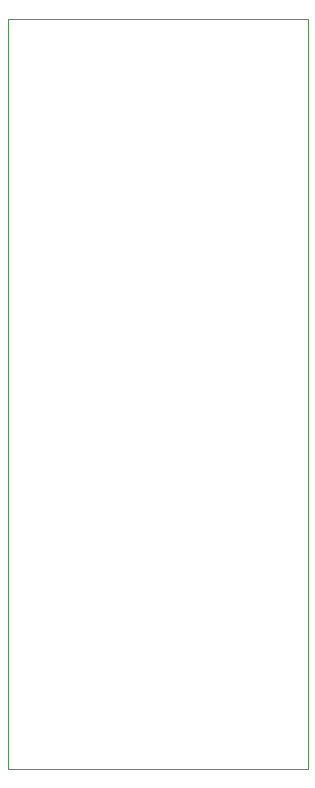
<source format=gm1>
G04 #@! TF.GenerationSoftware,KiCad,Pcbnew,(5.1.4-0-10_14)*
G04 #@! TF.CreationDate,2019-11-01T18:28:51-07:00*
G04 #@! TF.ProjectId,esp32-generic-board,65737033-322d-4676-956e-657269632d62,rev?*
G04 #@! TF.SameCoordinates,Original*
G04 #@! TF.FileFunction,Profile,NP*
%FSLAX46Y46*%
G04 Gerber Fmt 4.6, Leading zero omitted, Abs format (unit mm)*
G04 Created by KiCad (PCBNEW (5.1.4-0-10_14)) date 2019-11-01 18:28:51*
%MOMM*%
%LPD*%
G04 APERTURE LIST*
%ADD10C,0.050000*%
G04 APERTURE END LIST*
D10*
X0Y-63500000D02*
X0Y0D01*
X25400000Y-63500000D02*
X0Y-63500000D01*
X25400000Y0D02*
X25400000Y-63500000D01*
X0Y0D02*
X25400000Y0D01*
M02*

</source>
